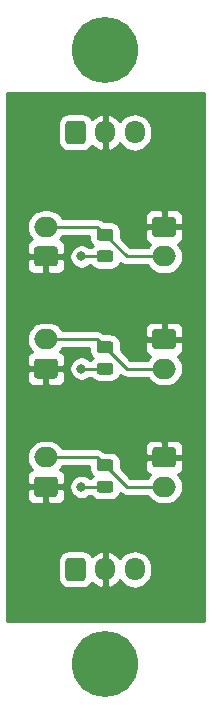
<source format=gtl>
G04 #@! TF.GenerationSoftware,KiCad,Pcbnew,5.1.9+dfsg1-1*
G04 #@! TF.CreationDate,2022-08-24T11:43:39+09:00*
G04 #@! TF.ProjectId,direct-pt1000-stick,64697265-6374-42d7-9074-313030302d73,rev?*
G04 #@! TF.SameCoordinates,Original*
G04 #@! TF.FileFunction,Copper,L1,Top*
G04 #@! TF.FilePolarity,Positive*
%FSLAX46Y46*%
G04 Gerber Fmt 4.6, Leading zero omitted, Abs format (unit mm)*
G04 Created by KiCad (PCBNEW 5.1.9+dfsg1-1) date 2022-08-24 11:43:39*
%MOMM*%
%LPD*%
G01*
G04 APERTURE LIST*
G04 #@! TA.AperFunction,ComponentPad*
%ADD10O,1.700000X1.950000*%
G04 #@! TD*
G04 #@! TA.AperFunction,ComponentPad*
%ADD11O,2.000000X1.700000*%
G04 #@! TD*
G04 #@! TA.AperFunction,ComponentPad*
%ADD12C,5.600000*%
G04 #@! TD*
G04 #@! TA.AperFunction,ViaPad*
%ADD13C,0.800000*%
G04 #@! TD*
G04 #@! TA.AperFunction,Conductor*
%ADD14C,0.250000*%
G04 #@! TD*
G04 #@! TA.AperFunction,Conductor*
%ADD15C,0.254000*%
G04 #@! TD*
G04 #@! TA.AperFunction,Conductor*
%ADD16C,0.100000*%
G04 #@! TD*
G04 APERTURE END LIST*
G04 #@! TA.AperFunction,ComponentPad*
G36*
G01*
X106650000Y-61725000D02*
X106650000Y-60275000D01*
G75*
G02*
X106900000Y-60025000I250000J0D01*
G01*
X108100000Y-60025000D01*
G75*
G02*
X108350000Y-60275000I0J-250000D01*
G01*
X108350000Y-61725000D01*
G75*
G02*
X108100000Y-61975000I-250000J0D01*
G01*
X106900000Y-61975000D01*
G75*
G02*
X106650000Y-61725000I0J250000D01*
G01*
G37*
G04 #@! TD.AperFunction*
D10*
X110000000Y-61000000D03*
X112500000Y-61000000D03*
X112500000Y-98000000D03*
X110000000Y-98000000D03*
G04 #@! TA.AperFunction,ComponentPad*
G36*
G01*
X106650000Y-98725000D02*
X106650000Y-97275000D01*
G75*
G02*
X106900000Y-97025000I250000J0D01*
G01*
X108100000Y-97025000D01*
G75*
G02*
X108350000Y-97275000I0J-250000D01*
G01*
X108350000Y-98725000D01*
G75*
G02*
X108100000Y-98975000I-250000J0D01*
G01*
X106900000Y-98975000D01*
G75*
G02*
X106650000Y-98725000I0J250000D01*
G01*
G37*
G04 #@! TD.AperFunction*
G04 #@! TA.AperFunction,ComponentPad*
G36*
G01*
X114250000Y-87650000D02*
X115750000Y-87650000D01*
G75*
G02*
X116000000Y-87900000I0J-250000D01*
G01*
X116000000Y-89100000D01*
G75*
G02*
X115750000Y-89350000I-250000J0D01*
G01*
X114250000Y-89350000D01*
G75*
G02*
X114000000Y-89100000I0J250000D01*
G01*
X114000000Y-87900000D01*
G75*
G02*
X114250000Y-87650000I250000J0D01*
G01*
G37*
G04 #@! TD.AperFunction*
D11*
X115000000Y-91000000D03*
X105000000Y-88500000D03*
G04 #@! TA.AperFunction,ComponentPad*
G36*
G01*
X105750000Y-91850000D02*
X104250000Y-91850000D01*
G75*
G02*
X104000000Y-91600000I0J250000D01*
G01*
X104000000Y-90400000D01*
G75*
G02*
X104250000Y-90150000I250000J0D01*
G01*
X105750000Y-90150000D01*
G75*
G02*
X106000000Y-90400000I0J-250000D01*
G01*
X106000000Y-91600000D01*
G75*
G02*
X105750000Y-91850000I-250000J0D01*
G01*
G37*
G04 #@! TD.AperFunction*
G04 #@! TA.AperFunction,ComponentPad*
G36*
G01*
X105750000Y-81850000D02*
X104250000Y-81850000D01*
G75*
G02*
X104000000Y-81600000I0J250000D01*
G01*
X104000000Y-80400000D01*
G75*
G02*
X104250000Y-80150000I250000J0D01*
G01*
X105750000Y-80150000D01*
G75*
G02*
X106000000Y-80400000I0J-250000D01*
G01*
X106000000Y-81600000D01*
G75*
G02*
X105750000Y-81850000I-250000J0D01*
G01*
G37*
G04 #@! TD.AperFunction*
X105000000Y-78500000D03*
X115000000Y-81000000D03*
G04 #@! TA.AperFunction,ComponentPad*
G36*
G01*
X114250000Y-77650000D02*
X115750000Y-77650000D01*
G75*
G02*
X116000000Y-77900000I0J-250000D01*
G01*
X116000000Y-79100000D01*
G75*
G02*
X115750000Y-79350000I-250000J0D01*
G01*
X114250000Y-79350000D01*
G75*
G02*
X114000000Y-79100000I0J250000D01*
G01*
X114000000Y-77900000D01*
G75*
G02*
X114250000Y-77650000I250000J0D01*
G01*
G37*
G04 #@! TD.AperFunction*
G04 #@! TA.AperFunction,ComponentPad*
G36*
G01*
X114250000Y-68150000D02*
X115750000Y-68150000D01*
G75*
G02*
X116000000Y-68400000I0J-250000D01*
G01*
X116000000Y-69600000D01*
G75*
G02*
X115750000Y-69850000I-250000J0D01*
G01*
X114250000Y-69850000D01*
G75*
G02*
X114000000Y-69600000I0J250000D01*
G01*
X114000000Y-68400000D01*
G75*
G02*
X114250000Y-68150000I250000J0D01*
G01*
G37*
G04 #@! TD.AperFunction*
X115000000Y-71500000D03*
X105000000Y-69000000D03*
G04 #@! TA.AperFunction,ComponentPad*
G36*
G01*
X105750000Y-72350000D02*
X104250000Y-72350000D01*
G75*
G02*
X104000000Y-72100000I0J250000D01*
G01*
X104000000Y-70900000D01*
G75*
G02*
X104250000Y-70650000I250000J0D01*
G01*
X105750000Y-70650000D01*
G75*
G02*
X106000000Y-70900000I0J-250000D01*
G01*
X106000000Y-72100000D01*
G75*
G02*
X105750000Y-72350000I-250000J0D01*
G01*
G37*
G04 #@! TD.AperFunction*
G04 #@! TA.AperFunction,SMDPad,CuDef*
G36*
G01*
X110450001Y-91512500D02*
X109549999Y-91512500D01*
G75*
G02*
X109300000Y-91262501I0J249999D01*
G01*
X109300000Y-90737499D01*
G75*
G02*
X109549999Y-90487500I249999J0D01*
G01*
X110450001Y-90487500D01*
G75*
G02*
X110700000Y-90737499I0J-249999D01*
G01*
X110700000Y-91262501D01*
G75*
G02*
X110450001Y-91512500I-249999J0D01*
G01*
G37*
G04 #@! TD.AperFunction*
G04 #@! TA.AperFunction,SMDPad,CuDef*
G36*
G01*
X110450001Y-89687500D02*
X109549999Y-89687500D01*
G75*
G02*
X109300000Y-89437501I0J249999D01*
G01*
X109300000Y-88912499D01*
G75*
G02*
X109549999Y-88662500I249999J0D01*
G01*
X110450001Y-88662500D01*
G75*
G02*
X110700000Y-88912499I0J-249999D01*
G01*
X110700000Y-89437501D01*
G75*
G02*
X110450001Y-89687500I-249999J0D01*
G01*
G37*
G04 #@! TD.AperFunction*
G04 #@! TA.AperFunction,SMDPad,CuDef*
G36*
G01*
X110450001Y-79687500D02*
X109549999Y-79687500D01*
G75*
G02*
X109300000Y-79437501I0J249999D01*
G01*
X109300000Y-78912499D01*
G75*
G02*
X109549999Y-78662500I249999J0D01*
G01*
X110450001Y-78662500D01*
G75*
G02*
X110700000Y-78912499I0J-249999D01*
G01*
X110700000Y-79437501D01*
G75*
G02*
X110450001Y-79687500I-249999J0D01*
G01*
G37*
G04 #@! TD.AperFunction*
G04 #@! TA.AperFunction,SMDPad,CuDef*
G36*
G01*
X110450001Y-81512500D02*
X109549999Y-81512500D01*
G75*
G02*
X109300000Y-81262501I0J249999D01*
G01*
X109300000Y-80737499D01*
G75*
G02*
X109549999Y-80487500I249999J0D01*
G01*
X110450001Y-80487500D01*
G75*
G02*
X110700000Y-80737499I0J-249999D01*
G01*
X110700000Y-81262501D01*
G75*
G02*
X110450001Y-81512500I-249999J0D01*
G01*
G37*
G04 #@! TD.AperFunction*
G04 #@! TA.AperFunction,SMDPad,CuDef*
G36*
G01*
X110450001Y-72012500D02*
X109549999Y-72012500D01*
G75*
G02*
X109300000Y-71762501I0J249999D01*
G01*
X109300000Y-71237499D01*
G75*
G02*
X109549999Y-70987500I249999J0D01*
G01*
X110450001Y-70987500D01*
G75*
G02*
X110700000Y-71237499I0J-249999D01*
G01*
X110700000Y-71762501D01*
G75*
G02*
X110450001Y-72012500I-249999J0D01*
G01*
G37*
G04 #@! TD.AperFunction*
G04 #@! TA.AperFunction,SMDPad,CuDef*
G36*
G01*
X110450001Y-70187500D02*
X109549999Y-70187500D01*
G75*
G02*
X109300000Y-69937501I0J249999D01*
G01*
X109300000Y-69412499D01*
G75*
G02*
X109549999Y-69162500I249999J0D01*
G01*
X110450001Y-69162500D01*
G75*
G02*
X110700000Y-69412499I0J-249999D01*
G01*
X110700000Y-69937501D01*
G75*
G02*
X110450001Y-70187500I-249999J0D01*
G01*
G37*
G04 #@! TD.AperFunction*
D12*
X110000000Y-54000000D03*
X110000000Y-106000000D03*
D13*
X108000000Y-91000000D03*
X108000000Y-81000000D03*
X108000000Y-71500000D03*
D14*
X111825000Y-91000000D02*
X110000000Y-89175000D01*
X115000000Y-91000000D02*
X111825000Y-91000000D01*
X109325000Y-88500000D02*
X110000000Y-89175000D01*
X105000000Y-88500000D02*
X109325000Y-88500000D01*
X111825000Y-81000000D02*
X110000000Y-79175000D01*
X115000000Y-81000000D02*
X111825000Y-81000000D01*
X109325000Y-78500000D02*
X110000000Y-79175000D01*
X105000000Y-78500000D02*
X109325000Y-78500000D01*
X109325000Y-69000000D02*
X110000000Y-69675000D01*
X105000000Y-69000000D02*
X109325000Y-69000000D01*
X111825000Y-71500000D02*
X110000000Y-69675000D01*
X115000000Y-71500000D02*
X111825000Y-71500000D01*
X108000000Y-91000000D02*
X110000000Y-91000000D01*
X108000000Y-81000000D02*
X110000000Y-81000000D01*
X108000000Y-71500000D02*
X110000000Y-71500000D01*
D15*
X118340001Y-102373000D02*
X101660000Y-102373000D01*
X101660000Y-97275000D01*
X106011928Y-97275000D01*
X106011928Y-98725000D01*
X106028992Y-98898254D01*
X106079528Y-99064850D01*
X106161595Y-99218386D01*
X106272038Y-99352962D01*
X106406614Y-99463405D01*
X106560150Y-99545472D01*
X106726746Y-99596008D01*
X106900000Y-99613072D01*
X108100000Y-99613072D01*
X108273254Y-99596008D01*
X108439850Y-99545472D01*
X108593386Y-99463405D01*
X108727962Y-99352962D01*
X108838405Y-99218386D01*
X108894714Y-99113039D01*
X108910951Y-99134429D01*
X109128807Y-99327496D01*
X109380142Y-99474352D01*
X109643110Y-99566476D01*
X109873000Y-99445155D01*
X109873000Y-98127000D01*
X109853000Y-98127000D01*
X109853000Y-97873000D01*
X109873000Y-97873000D01*
X109873000Y-96554845D01*
X110127000Y-96554845D01*
X110127000Y-97873000D01*
X110147000Y-97873000D01*
X110147000Y-98127000D01*
X110127000Y-98127000D01*
X110127000Y-99445155D01*
X110356890Y-99566476D01*
X110619858Y-99474352D01*
X110871193Y-99327496D01*
X111089049Y-99134429D01*
X111245538Y-98928278D01*
X111259294Y-98954014D01*
X111444866Y-99180134D01*
X111670987Y-99365706D01*
X111928967Y-99503599D01*
X112208890Y-99588513D01*
X112500000Y-99617185D01*
X112791111Y-99588513D01*
X113071034Y-99503599D01*
X113329014Y-99365706D01*
X113555134Y-99180134D01*
X113740706Y-98954014D01*
X113878599Y-98696033D01*
X113963513Y-98416110D01*
X113985000Y-98197949D01*
X113985000Y-97802050D01*
X113963513Y-97583889D01*
X113878599Y-97303966D01*
X113740706Y-97045986D01*
X113555134Y-96819866D01*
X113329013Y-96634294D01*
X113071033Y-96496401D01*
X112791110Y-96411487D01*
X112500000Y-96382815D01*
X112208889Y-96411487D01*
X111928966Y-96496401D01*
X111670986Y-96634294D01*
X111444866Y-96819866D01*
X111259294Y-97045987D01*
X111245538Y-97071722D01*
X111089049Y-96865571D01*
X110871193Y-96672504D01*
X110619858Y-96525648D01*
X110356890Y-96433524D01*
X110127000Y-96554845D01*
X109873000Y-96554845D01*
X109643110Y-96433524D01*
X109380142Y-96525648D01*
X109128807Y-96672504D01*
X108910951Y-96865571D01*
X108894714Y-96886961D01*
X108838405Y-96781614D01*
X108727962Y-96647038D01*
X108593386Y-96536595D01*
X108439850Y-96454528D01*
X108273254Y-96403992D01*
X108100000Y-96386928D01*
X106900000Y-96386928D01*
X106726746Y-96403992D01*
X106560150Y-96454528D01*
X106406614Y-96536595D01*
X106272038Y-96647038D01*
X106161595Y-96781614D01*
X106079528Y-96935150D01*
X106028992Y-97101746D01*
X106011928Y-97275000D01*
X101660000Y-97275000D01*
X101660000Y-91850000D01*
X103361928Y-91850000D01*
X103374188Y-91974482D01*
X103410498Y-92094180D01*
X103469463Y-92204494D01*
X103548815Y-92301185D01*
X103645506Y-92380537D01*
X103755820Y-92439502D01*
X103875518Y-92475812D01*
X104000000Y-92488072D01*
X104714250Y-92485000D01*
X104873000Y-92326250D01*
X104873000Y-91127000D01*
X105127000Y-91127000D01*
X105127000Y-92326250D01*
X105285750Y-92485000D01*
X106000000Y-92488072D01*
X106124482Y-92475812D01*
X106244180Y-92439502D01*
X106354494Y-92380537D01*
X106451185Y-92301185D01*
X106530537Y-92204494D01*
X106589502Y-92094180D01*
X106625812Y-91974482D01*
X106638072Y-91850000D01*
X106635000Y-91285750D01*
X106476250Y-91127000D01*
X105127000Y-91127000D01*
X104873000Y-91127000D01*
X103523750Y-91127000D01*
X103365000Y-91285750D01*
X103361928Y-91850000D01*
X101660000Y-91850000D01*
X101660000Y-88500000D01*
X103357815Y-88500000D01*
X103386487Y-88791111D01*
X103471401Y-89071034D01*
X103609294Y-89329014D01*
X103790608Y-89549945D01*
X103755820Y-89560498D01*
X103645506Y-89619463D01*
X103548815Y-89698815D01*
X103469463Y-89795506D01*
X103410498Y-89905820D01*
X103374188Y-90025518D01*
X103361928Y-90150000D01*
X103365000Y-90714250D01*
X103523750Y-90873000D01*
X104873000Y-90873000D01*
X104873000Y-90853000D01*
X105127000Y-90853000D01*
X105127000Y-90873000D01*
X106476250Y-90873000D01*
X106635000Y-90714250D01*
X106638072Y-90150000D01*
X106625812Y-90025518D01*
X106589502Y-89905820D01*
X106530537Y-89795506D01*
X106451185Y-89698815D01*
X106354494Y-89619463D01*
X106244180Y-89560498D01*
X106209392Y-89549945D01*
X106390706Y-89329014D01*
X106427595Y-89260000D01*
X108661928Y-89260000D01*
X108661928Y-89437501D01*
X108678992Y-89610755D01*
X108729528Y-89777351D01*
X108811595Y-89930887D01*
X108922038Y-90065462D01*
X108948891Y-90087500D01*
X108922038Y-90109538D01*
X108814970Y-90240000D01*
X108703711Y-90240000D01*
X108659774Y-90196063D01*
X108490256Y-90082795D01*
X108301898Y-90004774D01*
X108101939Y-89965000D01*
X107898061Y-89965000D01*
X107698102Y-90004774D01*
X107509744Y-90082795D01*
X107340226Y-90196063D01*
X107196063Y-90340226D01*
X107082795Y-90509744D01*
X107004774Y-90698102D01*
X106965000Y-90898061D01*
X106965000Y-91101939D01*
X107004774Y-91301898D01*
X107082795Y-91490256D01*
X107196063Y-91659774D01*
X107340226Y-91803937D01*
X107509744Y-91917205D01*
X107698102Y-91995226D01*
X107898061Y-92035000D01*
X108101939Y-92035000D01*
X108301898Y-91995226D01*
X108490256Y-91917205D01*
X108659774Y-91803937D01*
X108703711Y-91760000D01*
X108814970Y-91760000D01*
X108922038Y-91890462D01*
X109056613Y-92000905D01*
X109210149Y-92082972D01*
X109376745Y-92133508D01*
X109549999Y-92150572D01*
X110450001Y-92150572D01*
X110623255Y-92133508D01*
X110789851Y-92082972D01*
X110943387Y-92000905D01*
X111077962Y-91890462D01*
X111188405Y-91755887D01*
X111270472Y-91602351D01*
X111288511Y-91542883D01*
X111400724Y-91634974D01*
X111532753Y-91705546D01*
X111676014Y-91749003D01*
X111787667Y-91760000D01*
X111787675Y-91760000D01*
X111825000Y-91763676D01*
X111862325Y-91760000D01*
X113572405Y-91760000D01*
X113609294Y-91829014D01*
X113794866Y-92055134D01*
X114020986Y-92240706D01*
X114278966Y-92378599D01*
X114558889Y-92463513D01*
X114777050Y-92485000D01*
X115222950Y-92485000D01*
X115441111Y-92463513D01*
X115721034Y-92378599D01*
X115979014Y-92240706D01*
X116205134Y-92055134D01*
X116390706Y-91829014D01*
X116528599Y-91571034D01*
X116613513Y-91291111D01*
X116642185Y-91000000D01*
X116613513Y-90708889D01*
X116528599Y-90428966D01*
X116390706Y-90170986D01*
X116209392Y-89950055D01*
X116244180Y-89939502D01*
X116354494Y-89880537D01*
X116451185Y-89801185D01*
X116530537Y-89704494D01*
X116589502Y-89594180D01*
X116625812Y-89474482D01*
X116638072Y-89350000D01*
X116635000Y-88785750D01*
X116476250Y-88627000D01*
X115127000Y-88627000D01*
X115127000Y-88647000D01*
X114873000Y-88647000D01*
X114873000Y-88627000D01*
X113523750Y-88627000D01*
X113365000Y-88785750D01*
X113361928Y-89350000D01*
X113374188Y-89474482D01*
X113410498Y-89594180D01*
X113469463Y-89704494D01*
X113548815Y-89801185D01*
X113645506Y-89880537D01*
X113755820Y-89939502D01*
X113790608Y-89950055D01*
X113609294Y-90170986D01*
X113572405Y-90240000D01*
X112139802Y-90240000D01*
X111338003Y-89438202D01*
X111338072Y-89437501D01*
X111338072Y-88912499D01*
X111321008Y-88739245D01*
X111270472Y-88572649D01*
X111188405Y-88419113D01*
X111077962Y-88284538D01*
X110943387Y-88174095D01*
X110789851Y-88092028D01*
X110623255Y-88041492D01*
X110450001Y-88024428D01*
X109924229Y-88024428D01*
X109888803Y-87989002D01*
X109865001Y-87959999D01*
X109749276Y-87865026D01*
X109617247Y-87794454D01*
X109473986Y-87750997D01*
X109362333Y-87740000D01*
X109362322Y-87740000D01*
X109325000Y-87736324D01*
X109287678Y-87740000D01*
X106427595Y-87740000D01*
X106390706Y-87670986D01*
X106373484Y-87650000D01*
X113361928Y-87650000D01*
X113365000Y-88214250D01*
X113523750Y-88373000D01*
X114873000Y-88373000D01*
X114873000Y-87173750D01*
X115127000Y-87173750D01*
X115127000Y-88373000D01*
X116476250Y-88373000D01*
X116635000Y-88214250D01*
X116638072Y-87650000D01*
X116625812Y-87525518D01*
X116589502Y-87405820D01*
X116530537Y-87295506D01*
X116451185Y-87198815D01*
X116354494Y-87119463D01*
X116244180Y-87060498D01*
X116124482Y-87024188D01*
X116000000Y-87011928D01*
X115285750Y-87015000D01*
X115127000Y-87173750D01*
X114873000Y-87173750D01*
X114714250Y-87015000D01*
X114000000Y-87011928D01*
X113875518Y-87024188D01*
X113755820Y-87060498D01*
X113645506Y-87119463D01*
X113548815Y-87198815D01*
X113469463Y-87295506D01*
X113410498Y-87405820D01*
X113374188Y-87525518D01*
X113361928Y-87650000D01*
X106373484Y-87650000D01*
X106205134Y-87444866D01*
X105979014Y-87259294D01*
X105721034Y-87121401D01*
X105441111Y-87036487D01*
X105222950Y-87015000D01*
X104777050Y-87015000D01*
X104558889Y-87036487D01*
X104278966Y-87121401D01*
X104020986Y-87259294D01*
X103794866Y-87444866D01*
X103609294Y-87670986D01*
X103471401Y-87928966D01*
X103386487Y-88208889D01*
X103357815Y-88500000D01*
X101660000Y-88500000D01*
X101660000Y-81850000D01*
X103361928Y-81850000D01*
X103374188Y-81974482D01*
X103410498Y-82094180D01*
X103469463Y-82204494D01*
X103548815Y-82301185D01*
X103645506Y-82380537D01*
X103755820Y-82439502D01*
X103875518Y-82475812D01*
X104000000Y-82488072D01*
X104714250Y-82485000D01*
X104873000Y-82326250D01*
X104873000Y-81127000D01*
X105127000Y-81127000D01*
X105127000Y-82326250D01*
X105285750Y-82485000D01*
X106000000Y-82488072D01*
X106124482Y-82475812D01*
X106244180Y-82439502D01*
X106354494Y-82380537D01*
X106451185Y-82301185D01*
X106530537Y-82204494D01*
X106589502Y-82094180D01*
X106625812Y-81974482D01*
X106638072Y-81850000D01*
X106635000Y-81285750D01*
X106476250Y-81127000D01*
X105127000Y-81127000D01*
X104873000Y-81127000D01*
X103523750Y-81127000D01*
X103365000Y-81285750D01*
X103361928Y-81850000D01*
X101660000Y-81850000D01*
X101660000Y-78500000D01*
X103357815Y-78500000D01*
X103386487Y-78791111D01*
X103471401Y-79071034D01*
X103609294Y-79329014D01*
X103790608Y-79549945D01*
X103755820Y-79560498D01*
X103645506Y-79619463D01*
X103548815Y-79698815D01*
X103469463Y-79795506D01*
X103410498Y-79905820D01*
X103374188Y-80025518D01*
X103361928Y-80150000D01*
X103365000Y-80714250D01*
X103523750Y-80873000D01*
X104873000Y-80873000D01*
X104873000Y-80853000D01*
X105127000Y-80853000D01*
X105127000Y-80873000D01*
X106476250Y-80873000D01*
X106635000Y-80714250D01*
X106638072Y-80150000D01*
X106625812Y-80025518D01*
X106589502Y-79905820D01*
X106530537Y-79795506D01*
X106451185Y-79698815D01*
X106354494Y-79619463D01*
X106244180Y-79560498D01*
X106209392Y-79549945D01*
X106390706Y-79329014D01*
X106427595Y-79260000D01*
X108661928Y-79260000D01*
X108661928Y-79437501D01*
X108678992Y-79610755D01*
X108729528Y-79777351D01*
X108811595Y-79930887D01*
X108922038Y-80065462D01*
X108948891Y-80087500D01*
X108922038Y-80109538D01*
X108814970Y-80240000D01*
X108703711Y-80240000D01*
X108659774Y-80196063D01*
X108490256Y-80082795D01*
X108301898Y-80004774D01*
X108101939Y-79965000D01*
X107898061Y-79965000D01*
X107698102Y-80004774D01*
X107509744Y-80082795D01*
X107340226Y-80196063D01*
X107196063Y-80340226D01*
X107082795Y-80509744D01*
X107004774Y-80698102D01*
X106965000Y-80898061D01*
X106965000Y-81101939D01*
X107004774Y-81301898D01*
X107082795Y-81490256D01*
X107196063Y-81659774D01*
X107340226Y-81803937D01*
X107509744Y-81917205D01*
X107698102Y-81995226D01*
X107898061Y-82035000D01*
X108101939Y-82035000D01*
X108301898Y-81995226D01*
X108490256Y-81917205D01*
X108659774Y-81803937D01*
X108703711Y-81760000D01*
X108814970Y-81760000D01*
X108922038Y-81890462D01*
X109056613Y-82000905D01*
X109210149Y-82082972D01*
X109376745Y-82133508D01*
X109549999Y-82150572D01*
X110450001Y-82150572D01*
X110623255Y-82133508D01*
X110789851Y-82082972D01*
X110943387Y-82000905D01*
X111077962Y-81890462D01*
X111188405Y-81755887D01*
X111270472Y-81602351D01*
X111288511Y-81542883D01*
X111400724Y-81634974D01*
X111532753Y-81705546D01*
X111676014Y-81749003D01*
X111787667Y-81760000D01*
X111787675Y-81760000D01*
X111825000Y-81763676D01*
X111862325Y-81760000D01*
X113572405Y-81760000D01*
X113609294Y-81829014D01*
X113794866Y-82055134D01*
X114020986Y-82240706D01*
X114278966Y-82378599D01*
X114558889Y-82463513D01*
X114777050Y-82485000D01*
X115222950Y-82485000D01*
X115441111Y-82463513D01*
X115721034Y-82378599D01*
X115979014Y-82240706D01*
X116205134Y-82055134D01*
X116390706Y-81829014D01*
X116528599Y-81571034D01*
X116613513Y-81291111D01*
X116642185Y-81000000D01*
X116613513Y-80708889D01*
X116528599Y-80428966D01*
X116390706Y-80170986D01*
X116209392Y-79950055D01*
X116244180Y-79939502D01*
X116354494Y-79880537D01*
X116451185Y-79801185D01*
X116530537Y-79704494D01*
X116589502Y-79594180D01*
X116625812Y-79474482D01*
X116638072Y-79350000D01*
X116635000Y-78785750D01*
X116476250Y-78627000D01*
X115127000Y-78627000D01*
X115127000Y-78647000D01*
X114873000Y-78647000D01*
X114873000Y-78627000D01*
X113523750Y-78627000D01*
X113365000Y-78785750D01*
X113361928Y-79350000D01*
X113374188Y-79474482D01*
X113410498Y-79594180D01*
X113469463Y-79704494D01*
X113548815Y-79801185D01*
X113645506Y-79880537D01*
X113755820Y-79939502D01*
X113790608Y-79950055D01*
X113609294Y-80170986D01*
X113572405Y-80240000D01*
X112139802Y-80240000D01*
X111338003Y-79438202D01*
X111338072Y-79437501D01*
X111338072Y-78912499D01*
X111321008Y-78739245D01*
X111270472Y-78572649D01*
X111188405Y-78419113D01*
X111077962Y-78284538D01*
X110943387Y-78174095D01*
X110789851Y-78092028D01*
X110623255Y-78041492D01*
X110450001Y-78024428D01*
X109924229Y-78024428D01*
X109888803Y-77989002D01*
X109865001Y-77959999D01*
X109749276Y-77865026D01*
X109617247Y-77794454D01*
X109473986Y-77750997D01*
X109362333Y-77740000D01*
X109362322Y-77740000D01*
X109325000Y-77736324D01*
X109287678Y-77740000D01*
X106427595Y-77740000D01*
X106390706Y-77670986D01*
X106373484Y-77650000D01*
X113361928Y-77650000D01*
X113365000Y-78214250D01*
X113523750Y-78373000D01*
X114873000Y-78373000D01*
X114873000Y-77173750D01*
X115127000Y-77173750D01*
X115127000Y-78373000D01*
X116476250Y-78373000D01*
X116635000Y-78214250D01*
X116638072Y-77650000D01*
X116625812Y-77525518D01*
X116589502Y-77405820D01*
X116530537Y-77295506D01*
X116451185Y-77198815D01*
X116354494Y-77119463D01*
X116244180Y-77060498D01*
X116124482Y-77024188D01*
X116000000Y-77011928D01*
X115285750Y-77015000D01*
X115127000Y-77173750D01*
X114873000Y-77173750D01*
X114714250Y-77015000D01*
X114000000Y-77011928D01*
X113875518Y-77024188D01*
X113755820Y-77060498D01*
X113645506Y-77119463D01*
X113548815Y-77198815D01*
X113469463Y-77295506D01*
X113410498Y-77405820D01*
X113374188Y-77525518D01*
X113361928Y-77650000D01*
X106373484Y-77650000D01*
X106205134Y-77444866D01*
X105979014Y-77259294D01*
X105721034Y-77121401D01*
X105441111Y-77036487D01*
X105222950Y-77015000D01*
X104777050Y-77015000D01*
X104558889Y-77036487D01*
X104278966Y-77121401D01*
X104020986Y-77259294D01*
X103794866Y-77444866D01*
X103609294Y-77670986D01*
X103471401Y-77928966D01*
X103386487Y-78208889D01*
X103357815Y-78500000D01*
X101660000Y-78500000D01*
X101660000Y-72350000D01*
X103361928Y-72350000D01*
X103374188Y-72474482D01*
X103410498Y-72594180D01*
X103469463Y-72704494D01*
X103548815Y-72801185D01*
X103645506Y-72880537D01*
X103755820Y-72939502D01*
X103875518Y-72975812D01*
X104000000Y-72988072D01*
X104714250Y-72985000D01*
X104873000Y-72826250D01*
X104873000Y-71627000D01*
X105127000Y-71627000D01*
X105127000Y-72826250D01*
X105285750Y-72985000D01*
X106000000Y-72988072D01*
X106124482Y-72975812D01*
X106244180Y-72939502D01*
X106354494Y-72880537D01*
X106451185Y-72801185D01*
X106530537Y-72704494D01*
X106589502Y-72594180D01*
X106625812Y-72474482D01*
X106638072Y-72350000D01*
X106635000Y-71785750D01*
X106476250Y-71627000D01*
X105127000Y-71627000D01*
X104873000Y-71627000D01*
X103523750Y-71627000D01*
X103365000Y-71785750D01*
X103361928Y-72350000D01*
X101660000Y-72350000D01*
X101660000Y-69000000D01*
X103357815Y-69000000D01*
X103386487Y-69291111D01*
X103471401Y-69571034D01*
X103609294Y-69829014D01*
X103790608Y-70049945D01*
X103755820Y-70060498D01*
X103645506Y-70119463D01*
X103548815Y-70198815D01*
X103469463Y-70295506D01*
X103410498Y-70405820D01*
X103374188Y-70525518D01*
X103361928Y-70650000D01*
X103365000Y-71214250D01*
X103523750Y-71373000D01*
X104873000Y-71373000D01*
X104873000Y-71353000D01*
X105127000Y-71353000D01*
X105127000Y-71373000D01*
X106476250Y-71373000D01*
X106635000Y-71214250D01*
X106638072Y-70650000D01*
X106625812Y-70525518D01*
X106589502Y-70405820D01*
X106530537Y-70295506D01*
X106451185Y-70198815D01*
X106354494Y-70119463D01*
X106244180Y-70060498D01*
X106209392Y-70049945D01*
X106390706Y-69829014D01*
X106427595Y-69760000D01*
X108661928Y-69760000D01*
X108661928Y-69937501D01*
X108678992Y-70110755D01*
X108729528Y-70277351D01*
X108811595Y-70430887D01*
X108922038Y-70565462D01*
X108948891Y-70587500D01*
X108922038Y-70609538D01*
X108814970Y-70740000D01*
X108703711Y-70740000D01*
X108659774Y-70696063D01*
X108490256Y-70582795D01*
X108301898Y-70504774D01*
X108101939Y-70465000D01*
X107898061Y-70465000D01*
X107698102Y-70504774D01*
X107509744Y-70582795D01*
X107340226Y-70696063D01*
X107196063Y-70840226D01*
X107082795Y-71009744D01*
X107004774Y-71198102D01*
X106965000Y-71398061D01*
X106965000Y-71601939D01*
X107004774Y-71801898D01*
X107082795Y-71990256D01*
X107196063Y-72159774D01*
X107340226Y-72303937D01*
X107509744Y-72417205D01*
X107698102Y-72495226D01*
X107898061Y-72535000D01*
X108101939Y-72535000D01*
X108301898Y-72495226D01*
X108490256Y-72417205D01*
X108659774Y-72303937D01*
X108703711Y-72260000D01*
X108814970Y-72260000D01*
X108922038Y-72390462D01*
X109056613Y-72500905D01*
X109210149Y-72582972D01*
X109376745Y-72633508D01*
X109549999Y-72650572D01*
X110450001Y-72650572D01*
X110623255Y-72633508D01*
X110789851Y-72582972D01*
X110943387Y-72500905D01*
X111077962Y-72390462D01*
X111188405Y-72255887D01*
X111270472Y-72102351D01*
X111288511Y-72042883D01*
X111400724Y-72134974D01*
X111532753Y-72205546D01*
X111676014Y-72249003D01*
X111787667Y-72260000D01*
X111787675Y-72260000D01*
X111825000Y-72263676D01*
X111862325Y-72260000D01*
X113572405Y-72260000D01*
X113609294Y-72329014D01*
X113794866Y-72555134D01*
X114020986Y-72740706D01*
X114278966Y-72878599D01*
X114558889Y-72963513D01*
X114777050Y-72985000D01*
X115222950Y-72985000D01*
X115441111Y-72963513D01*
X115721034Y-72878599D01*
X115979014Y-72740706D01*
X116205134Y-72555134D01*
X116390706Y-72329014D01*
X116528599Y-72071034D01*
X116613513Y-71791111D01*
X116642185Y-71500000D01*
X116613513Y-71208889D01*
X116528599Y-70928966D01*
X116390706Y-70670986D01*
X116209392Y-70450055D01*
X116244180Y-70439502D01*
X116354494Y-70380537D01*
X116451185Y-70301185D01*
X116530537Y-70204494D01*
X116589502Y-70094180D01*
X116625812Y-69974482D01*
X116638072Y-69850000D01*
X116635000Y-69285750D01*
X116476250Y-69127000D01*
X115127000Y-69127000D01*
X115127000Y-69147000D01*
X114873000Y-69147000D01*
X114873000Y-69127000D01*
X113523750Y-69127000D01*
X113365000Y-69285750D01*
X113361928Y-69850000D01*
X113374188Y-69974482D01*
X113410498Y-70094180D01*
X113469463Y-70204494D01*
X113548815Y-70301185D01*
X113645506Y-70380537D01*
X113755820Y-70439502D01*
X113790608Y-70450055D01*
X113609294Y-70670986D01*
X113572405Y-70740000D01*
X112139802Y-70740000D01*
X111338003Y-69938202D01*
X111338072Y-69937501D01*
X111338072Y-69412499D01*
X111321008Y-69239245D01*
X111270472Y-69072649D01*
X111188405Y-68919113D01*
X111077962Y-68784538D01*
X110943387Y-68674095D01*
X110789851Y-68592028D01*
X110623255Y-68541492D01*
X110450001Y-68524428D01*
X109924229Y-68524428D01*
X109888803Y-68489002D01*
X109865001Y-68459999D01*
X109749276Y-68365026D01*
X109617247Y-68294454D01*
X109473986Y-68250997D01*
X109362333Y-68240000D01*
X109362322Y-68240000D01*
X109325000Y-68236324D01*
X109287678Y-68240000D01*
X106427595Y-68240000D01*
X106390706Y-68170986D01*
X106373484Y-68150000D01*
X113361928Y-68150000D01*
X113365000Y-68714250D01*
X113523750Y-68873000D01*
X114873000Y-68873000D01*
X114873000Y-67673750D01*
X115127000Y-67673750D01*
X115127000Y-68873000D01*
X116476250Y-68873000D01*
X116635000Y-68714250D01*
X116638072Y-68150000D01*
X116625812Y-68025518D01*
X116589502Y-67905820D01*
X116530537Y-67795506D01*
X116451185Y-67698815D01*
X116354494Y-67619463D01*
X116244180Y-67560498D01*
X116124482Y-67524188D01*
X116000000Y-67511928D01*
X115285750Y-67515000D01*
X115127000Y-67673750D01*
X114873000Y-67673750D01*
X114714250Y-67515000D01*
X114000000Y-67511928D01*
X113875518Y-67524188D01*
X113755820Y-67560498D01*
X113645506Y-67619463D01*
X113548815Y-67698815D01*
X113469463Y-67795506D01*
X113410498Y-67905820D01*
X113374188Y-68025518D01*
X113361928Y-68150000D01*
X106373484Y-68150000D01*
X106205134Y-67944866D01*
X105979014Y-67759294D01*
X105721034Y-67621401D01*
X105441111Y-67536487D01*
X105222950Y-67515000D01*
X104777050Y-67515000D01*
X104558889Y-67536487D01*
X104278966Y-67621401D01*
X104020986Y-67759294D01*
X103794866Y-67944866D01*
X103609294Y-68170986D01*
X103471401Y-68428966D01*
X103386487Y-68708889D01*
X103357815Y-69000000D01*
X101660000Y-69000000D01*
X101660000Y-60275000D01*
X106011928Y-60275000D01*
X106011928Y-61725000D01*
X106028992Y-61898254D01*
X106079528Y-62064850D01*
X106161595Y-62218386D01*
X106272038Y-62352962D01*
X106406614Y-62463405D01*
X106560150Y-62545472D01*
X106726746Y-62596008D01*
X106900000Y-62613072D01*
X108100000Y-62613072D01*
X108273254Y-62596008D01*
X108439850Y-62545472D01*
X108593386Y-62463405D01*
X108727962Y-62352962D01*
X108838405Y-62218386D01*
X108894714Y-62113039D01*
X108910951Y-62134429D01*
X109128807Y-62327496D01*
X109380142Y-62474352D01*
X109643110Y-62566476D01*
X109873000Y-62445155D01*
X109873000Y-61127000D01*
X109853000Y-61127000D01*
X109853000Y-60873000D01*
X109873000Y-60873000D01*
X109873000Y-59554845D01*
X110127000Y-59554845D01*
X110127000Y-60873000D01*
X110147000Y-60873000D01*
X110147000Y-61127000D01*
X110127000Y-61127000D01*
X110127000Y-62445155D01*
X110356890Y-62566476D01*
X110619858Y-62474352D01*
X110871193Y-62327496D01*
X111089049Y-62134429D01*
X111245538Y-61928278D01*
X111259294Y-61954014D01*
X111444866Y-62180134D01*
X111670987Y-62365706D01*
X111928967Y-62503599D01*
X112208890Y-62588513D01*
X112500000Y-62617185D01*
X112791111Y-62588513D01*
X113071034Y-62503599D01*
X113329014Y-62365706D01*
X113555134Y-62180134D01*
X113740706Y-61954014D01*
X113878599Y-61696033D01*
X113963513Y-61416110D01*
X113985000Y-61197949D01*
X113985000Y-60802050D01*
X113963513Y-60583889D01*
X113878599Y-60303966D01*
X113740706Y-60045986D01*
X113555134Y-59819866D01*
X113329013Y-59634294D01*
X113071033Y-59496401D01*
X112791110Y-59411487D01*
X112500000Y-59382815D01*
X112208889Y-59411487D01*
X111928966Y-59496401D01*
X111670986Y-59634294D01*
X111444866Y-59819866D01*
X111259294Y-60045987D01*
X111245538Y-60071722D01*
X111089049Y-59865571D01*
X110871193Y-59672504D01*
X110619858Y-59525648D01*
X110356890Y-59433524D01*
X110127000Y-59554845D01*
X109873000Y-59554845D01*
X109643110Y-59433524D01*
X109380142Y-59525648D01*
X109128807Y-59672504D01*
X108910951Y-59865571D01*
X108894714Y-59886961D01*
X108838405Y-59781614D01*
X108727962Y-59647038D01*
X108593386Y-59536595D01*
X108439850Y-59454528D01*
X108273254Y-59403992D01*
X108100000Y-59386928D01*
X106900000Y-59386928D01*
X106726746Y-59403992D01*
X106560150Y-59454528D01*
X106406614Y-59536595D01*
X106272038Y-59647038D01*
X106161595Y-59781614D01*
X106079528Y-59935150D01*
X106028992Y-60101746D01*
X106011928Y-60275000D01*
X101660000Y-60275000D01*
X101660000Y-57627000D01*
X118340000Y-57627000D01*
X118340001Y-102373000D01*
G04 #@! TA.AperFunction,Conductor*
D16*
G36*
X118340001Y-102373000D02*
G01*
X101660000Y-102373000D01*
X101660000Y-97275000D01*
X106011928Y-97275000D01*
X106011928Y-98725000D01*
X106028992Y-98898254D01*
X106079528Y-99064850D01*
X106161595Y-99218386D01*
X106272038Y-99352962D01*
X106406614Y-99463405D01*
X106560150Y-99545472D01*
X106726746Y-99596008D01*
X106900000Y-99613072D01*
X108100000Y-99613072D01*
X108273254Y-99596008D01*
X108439850Y-99545472D01*
X108593386Y-99463405D01*
X108727962Y-99352962D01*
X108838405Y-99218386D01*
X108894714Y-99113039D01*
X108910951Y-99134429D01*
X109128807Y-99327496D01*
X109380142Y-99474352D01*
X109643110Y-99566476D01*
X109873000Y-99445155D01*
X109873000Y-98127000D01*
X109853000Y-98127000D01*
X109853000Y-97873000D01*
X109873000Y-97873000D01*
X109873000Y-96554845D01*
X110127000Y-96554845D01*
X110127000Y-97873000D01*
X110147000Y-97873000D01*
X110147000Y-98127000D01*
X110127000Y-98127000D01*
X110127000Y-99445155D01*
X110356890Y-99566476D01*
X110619858Y-99474352D01*
X110871193Y-99327496D01*
X111089049Y-99134429D01*
X111245538Y-98928278D01*
X111259294Y-98954014D01*
X111444866Y-99180134D01*
X111670987Y-99365706D01*
X111928967Y-99503599D01*
X112208890Y-99588513D01*
X112500000Y-99617185D01*
X112791111Y-99588513D01*
X113071034Y-99503599D01*
X113329014Y-99365706D01*
X113555134Y-99180134D01*
X113740706Y-98954014D01*
X113878599Y-98696033D01*
X113963513Y-98416110D01*
X113985000Y-98197949D01*
X113985000Y-97802050D01*
X113963513Y-97583889D01*
X113878599Y-97303966D01*
X113740706Y-97045986D01*
X113555134Y-96819866D01*
X113329013Y-96634294D01*
X113071033Y-96496401D01*
X112791110Y-96411487D01*
X112500000Y-96382815D01*
X112208889Y-96411487D01*
X111928966Y-96496401D01*
X111670986Y-96634294D01*
X111444866Y-96819866D01*
X111259294Y-97045987D01*
X111245538Y-97071722D01*
X111089049Y-96865571D01*
X110871193Y-96672504D01*
X110619858Y-96525648D01*
X110356890Y-96433524D01*
X110127000Y-96554845D01*
X109873000Y-96554845D01*
X109643110Y-96433524D01*
X109380142Y-96525648D01*
X109128807Y-96672504D01*
X108910951Y-96865571D01*
X108894714Y-96886961D01*
X108838405Y-96781614D01*
X108727962Y-96647038D01*
X108593386Y-96536595D01*
X108439850Y-96454528D01*
X108273254Y-96403992D01*
X108100000Y-96386928D01*
X106900000Y-96386928D01*
X106726746Y-96403992D01*
X106560150Y-96454528D01*
X106406614Y-96536595D01*
X106272038Y-96647038D01*
X106161595Y-96781614D01*
X106079528Y-96935150D01*
X106028992Y-97101746D01*
X106011928Y-97275000D01*
X101660000Y-97275000D01*
X101660000Y-91850000D01*
X103361928Y-91850000D01*
X103374188Y-91974482D01*
X103410498Y-92094180D01*
X103469463Y-92204494D01*
X103548815Y-92301185D01*
X103645506Y-92380537D01*
X103755820Y-92439502D01*
X103875518Y-92475812D01*
X104000000Y-92488072D01*
X104714250Y-92485000D01*
X104873000Y-92326250D01*
X104873000Y-91127000D01*
X105127000Y-91127000D01*
X105127000Y-92326250D01*
X105285750Y-92485000D01*
X106000000Y-92488072D01*
X106124482Y-92475812D01*
X106244180Y-92439502D01*
X106354494Y-92380537D01*
X106451185Y-92301185D01*
X106530537Y-92204494D01*
X106589502Y-92094180D01*
X106625812Y-91974482D01*
X106638072Y-91850000D01*
X106635000Y-91285750D01*
X106476250Y-91127000D01*
X105127000Y-91127000D01*
X104873000Y-91127000D01*
X103523750Y-91127000D01*
X103365000Y-91285750D01*
X103361928Y-91850000D01*
X101660000Y-91850000D01*
X101660000Y-88500000D01*
X103357815Y-88500000D01*
X103386487Y-88791111D01*
X103471401Y-89071034D01*
X103609294Y-89329014D01*
X103790608Y-89549945D01*
X103755820Y-89560498D01*
X103645506Y-89619463D01*
X103548815Y-89698815D01*
X103469463Y-89795506D01*
X103410498Y-89905820D01*
X103374188Y-90025518D01*
X103361928Y-90150000D01*
X103365000Y-90714250D01*
X103523750Y-90873000D01*
X104873000Y-90873000D01*
X104873000Y-90853000D01*
X105127000Y-90853000D01*
X105127000Y-90873000D01*
X106476250Y-90873000D01*
X106635000Y-90714250D01*
X106638072Y-90150000D01*
X106625812Y-90025518D01*
X106589502Y-89905820D01*
X106530537Y-89795506D01*
X106451185Y-89698815D01*
X106354494Y-89619463D01*
X106244180Y-89560498D01*
X106209392Y-89549945D01*
X106390706Y-89329014D01*
X106427595Y-89260000D01*
X108661928Y-89260000D01*
X108661928Y-89437501D01*
X108678992Y-89610755D01*
X108729528Y-89777351D01*
X108811595Y-89930887D01*
X108922038Y-90065462D01*
X108948891Y-90087500D01*
X108922038Y-90109538D01*
X108814970Y-90240000D01*
X108703711Y-90240000D01*
X108659774Y-90196063D01*
X108490256Y-90082795D01*
X108301898Y-90004774D01*
X108101939Y-89965000D01*
X107898061Y-89965000D01*
X107698102Y-90004774D01*
X107509744Y-90082795D01*
X107340226Y-90196063D01*
X107196063Y-90340226D01*
X107082795Y-90509744D01*
X107004774Y-90698102D01*
X106965000Y-90898061D01*
X106965000Y-91101939D01*
X107004774Y-91301898D01*
X107082795Y-91490256D01*
X107196063Y-91659774D01*
X107340226Y-91803937D01*
X107509744Y-91917205D01*
X107698102Y-91995226D01*
X107898061Y-92035000D01*
X108101939Y-92035000D01*
X108301898Y-91995226D01*
X108490256Y-91917205D01*
X108659774Y-91803937D01*
X108703711Y-91760000D01*
X108814970Y-91760000D01*
X108922038Y-91890462D01*
X109056613Y-92000905D01*
X109210149Y-92082972D01*
X109376745Y-92133508D01*
X109549999Y-92150572D01*
X110450001Y-92150572D01*
X110623255Y-92133508D01*
X110789851Y-92082972D01*
X110943387Y-92000905D01*
X111077962Y-91890462D01*
X111188405Y-91755887D01*
X111270472Y-91602351D01*
X111288511Y-91542883D01*
X111400724Y-91634974D01*
X111532753Y-91705546D01*
X111676014Y-91749003D01*
X111787667Y-91760000D01*
X111787675Y-91760000D01*
X111825000Y-91763676D01*
X111862325Y-91760000D01*
X113572405Y-91760000D01*
X113609294Y-91829014D01*
X113794866Y-92055134D01*
X114020986Y-92240706D01*
X114278966Y-92378599D01*
X114558889Y-92463513D01*
X114777050Y-92485000D01*
X115222950Y-92485000D01*
X115441111Y-92463513D01*
X115721034Y-92378599D01*
X115979014Y-92240706D01*
X116205134Y-92055134D01*
X116390706Y-91829014D01*
X116528599Y-91571034D01*
X116613513Y-91291111D01*
X116642185Y-91000000D01*
X116613513Y-90708889D01*
X116528599Y-90428966D01*
X116390706Y-90170986D01*
X116209392Y-89950055D01*
X116244180Y-89939502D01*
X116354494Y-89880537D01*
X116451185Y-89801185D01*
X116530537Y-89704494D01*
X116589502Y-89594180D01*
X116625812Y-89474482D01*
X116638072Y-89350000D01*
X116635000Y-88785750D01*
X116476250Y-88627000D01*
X115127000Y-88627000D01*
X115127000Y-88647000D01*
X114873000Y-88647000D01*
X114873000Y-88627000D01*
X113523750Y-88627000D01*
X113365000Y-88785750D01*
X113361928Y-89350000D01*
X113374188Y-89474482D01*
X113410498Y-89594180D01*
X113469463Y-89704494D01*
X113548815Y-89801185D01*
X113645506Y-89880537D01*
X113755820Y-89939502D01*
X113790608Y-89950055D01*
X113609294Y-90170986D01*
X113572405Y-90240000D01*
X112139802Y-90240000D01*
X111338003Y-89438202D01*
X111338072Y-89437501D01*
X111338072Y-88912499D01*
X111321008Y-88739245D01*
X111270472Y-88572649D01*
X111188405Y-88419113D01*
X111077962Y-88284538D01*
X110943387Y-88174095D01*
X110789851Y-88092028D01*
X110623255Y-88041492D01*
X110450001Y-88024428D01*
X109924229Y-88024428D01*
X109888803Y-87989002D01*
X109865001Y-87959999D01*
X109749276Y-87865026D01*
X109617247Y-87794454D01*
X109473986Y-87750997D01*
X109362333Y-87740000D01*
X109362322Y-87740000D01*
X109325000Y-87736324D01*
X109287678Y-87740000D01*
X106427595Y-87740000D01*
X106390706Y-87670986D01*
X106373484Y-87650000D01*
X113361928Y-87650000D01*
X113365000Y-88214250D01*
X113523750Y-88373000D01*
X114873000Y-88373000D01*
X114873000Y-87173750D01*
X115127000Y-87173750D01*
X115127000Y-88373000D01*
X116476250Y-88373000D01*
X116635000Y-88214250D01*
X116638072Y-87650000D01*
X116625812Y-87525518D01*
X116589502Y-87405820D01*
X116530537Y-87295506D01*
X116451185Y-87198815D01*
X116354494Y-87119463D01*
X116244180Y-87060498D01*
X116124482Y-87024188D01*
X116000000Y-87011928D01*
X115285750Y-87015000D01*
X115127000Y-87173750D01*
X114873000Y-87173750D01*
X114714250Y-87015000D01*
X114000000Y-87011928D01*
X113875518Y-87024188D01*
X113755820Y-87060498D01*
X113645506Y-87119463D01*
X113548815Y-87198815D01*
X113469463Y-87295506D01*
X113410498Y-87405820D01*
X113374188Y-87525518D01*
X113361928Y-87650000D01*
X106373484Y-87650000D01*
X106205134Y-87444866D01*
X105979014Y-87259294D01*
X105721034Y-87121401D01*
X105441111Y-87036487D01*
X105222950Y-87015000D01*
X104777050Y-87015000D01*
X104558889Y-87036487D01*
X104278966Y-87121401D01*
X104020986Y-87259294D01*
X103794866Y-87444866D01*
X103609294Y-87670986D01*
X103471401Y-87928966D01*
X103386487Y-88208889D01*
X103357815Y-88500000D01*
X101660000Y-88500000D01*
X101660000Y-81850000D01*
X103361928Y-81850000D01*
X103374188Y-81974482D01*
X103410498Y-82094180D01*
X103469463Y-82204494D01*
X103548815Y-82301185D01*
X103645506Y-82380537D01*
X103755820Y-82439502D01*
X103875518Y-82475812D01*
X104000000Y-82488072D01*
X104714250Y-82485000D01*
X104873000Y-82326250D01*
X104873000Y-81127000D01*
X105127000Y-81127000D01*
X105127000Y-82326250D01*
X105285750Y-82485000D01*
X106000000Y-82488072D01*
X106124482Y-82475812D01*
X106244180Y-82439502D01*
X106354494Y-82380537D01*
X106451185Y-82301185D01*
X106530537Y-82204494D01*
X106589502Y-82094180D01*
X106625812Y-81974482D01*
X106638072Y-81850000D01*
X106635000Y-81285750D01*
X106476250Y-81127000D01*
X105127000Y-81127000D01*
X104873000Y-81127000D01*
X103523750Y-81127000D01*
X103365000Y-81285750D01*
X103361928Y-81850000D01*
X101660000Y-81850000D01*
X101660000Y-78500000D01*
X103357815Y-78500000D01*
X103386487Y-78791111D01*
X103471401Y-79071034D01*
X103609294Y-79329014D01*
X103790608Y-79549945D01*
X103755820Y-79560498D01*
X103645506Y-79619463D01*
X103548815Y-79698815D01*
X103469463Y-79795506D01*
X103410498Y-79905820D01*
X103374188Y-80025518D01*
X103361928Y-80150000D01*
X103365000Y-80714250D01*
X103523750Y-80873000D01*
X104873000Y-80873000D01*
X104873000Y-80853000D01*
X105127000Y-80853000D01*
X105127000Y-80873000D01*
X106476250Y-80873000D01*
X106635000Y-80714250D01*
X106638072Y-80150000D01*
X106625812Y-80025518D01*
X106589502Y-79905820D01*
X106530537Y-79795506D01*
X106451185Y-79698815D01*
X106354494Y-79619463D01*
X106244180Y-79560498D01*
X106209392Y-79549945D01*
X106390706Y-79329014D01*
X106427595Y-79260000D01*
X108661928Y-79260000D01*
X108661928Y-79437501D01*
X108678992Y-79610755D01*
X108729528Y-79777351D01*
X108811595Y-79930887D01*
X108922038Y-80065462D01*
X108948891Y-80087500D01*
X108922038Y-80109538D01*
X108814970Y-80240000D01*
X108703711Y-80240000D01*
X108659774Y-80196063D01*
X108490256Y-80082795D01*
X108301898Y-80004774D01*
X108101939Y-79965000D01*
X107898061Y-79965000D01*
X107698102Y-80004774D01*
X107509744Y-80082795D01*
X107340226Y-80196063D01*
X107196063Y-80340226D01*
X107082795Y-80509744D01*
X107004774Y-80698102D01*
X106965000Y-80898061D01*
X106965000Y-81101939D01*
X107004774Y-81301898D01*
X107082795Y-81490256D01*
X107196063Y-81659774D01*
X107340226Y-81803937D01*
X107509744Y-81917205D01*
X107698102Y-81995226D01*
X107898061Y-82035000D01*
X108101939Y-82035000D01*
X108301898Y-81995226D01*
X108490256Y-81917205D01*
X108659774Y-81803937D01*
X108703711Y-81760000D01*
X108814970Y-81760000D01*
X108922038Y-81890462D01*
X109056613Y-82000905D01*
X109210149Y-82082972D01*
X109376745Y-82133508D01*
X109549999Y-82150572D01*
X110450001Y-82150572D01*
X110623255Y-82133508D01*
X110789851Y-82082972D01*
X110943387Y-82000905D01*
X111077962Y-81890462D01*
X111188405Y-81755887D01*
X111270472Y-81602351D01*
X111288511Y-81542883D01*
X111400724Y-81634974D01*
X111532753Y-81705546D01*
X111676014Y-81749003D01*
X111787667Y-81760000D01*
X111787675Y-81760000D01*
X111825000Y-81763676D01*
X111862325Y-81760000D01*
X113572405Y-81760000D01*
X113609294Y-81829014D01*
X113794866Y-82055134D01*
X114020986Y-82240706D01*
X114278966Y-82378599D01*
X114558889Y-82463513D01*
X114777050Y-82485000D01*
X115222950Y-82485000D01*
X115441111Y-82463513D01*
X115721034Y-82378599D01*
X115979014Y-82240706D01*
X116205134Y-82055134D01*
X116390706Y-81829014D01*
X116528599Y-81571034D01*
X116613513Y-81291111D01*
X116642185Y-81000000D01*
X116613513Y-80708889D01*
X116528599Y-80428966D01*
X116390706Y-80170986D01*
X116209392Y-79950055D01*
X116244180Y-79939502D01*
X116354494Y-79880537D01*
X116451185Y-79801185D01*
X116530537Y-79704494D01*
X116589502Y-79594180D01*
X116625812Y-79474482D01*
X116638072Y-79350000D01*
X116635000Y-78785750D01*
X116476250Y-78627000D01*
X115127000Y-78627000D01*
X115127000Y-78647000D01*
X114873000Y-78647000D01*
X114873000Y-78627000D01*
X113523750Y-78627000D01*
X113365000Y-78785750D01*
X113361928Y-79350000D01*
X113374188Y-79474482D01*
X113410498Y-79594180D01*
X113469463Y-79704494D01*
X113548815Y-79801185D01*
X113645506Y-79880537D01*
X113755820Y-79939502D01*
X113790608Y-79950055D01*
X113609294Y-80170986D01*
X113572405Y-80240000D01*
X112139802Y-80240000D01*
X111338003Y-79438202D01*
X111338072Y-79437501D01*
X111338072Y-78912499D01*
X111321008Y-78739245D01*
X111270472Y-78572649D01*
X111188405Y-78419113D01*
X111077962Y-78284538D01*
X110943387Y-78174095D01*
X110789851Y-78092028D01*
X110623255Y-78041492D01*
X110450001Y-78024428D01*
X109924229Y-78024428D01*
X109888803Y-77989002D01*
X109865001Y-77959999D01*
X109749276Y-77865026D01*
X109617247Y-77794454D01*
X109473986Y-77750997D01*
X109362333Y-77740000D01*
X109362322Y-77740000D01*
X109325000Y-77736324D01*
X109287678Y-77740000D01*
X106427595Y-77740000D01*
X106390706Y-77670986D01*
X106373484Y-77650000D01*
X113361928Y-77650000D01*
X113365000Y-78214250D01*
X113523750Y-78373000D01*
X114873000Y-78373000D01*
X114873000Y-77173750D01*
X115127000Y-77173750D01*
X115127000Y-78373000D01*
X116476250Y-78373000D01*
X116635000Y-78214250D01*
X116638072Y-77650000D01*
X116625812Y-77525518D01*
X116589502Y-77405820D01*
X116530537Y-77295506D01*
X116451185Y-77198815D01*
X116354494Y-77119463D01*
X116244180Y-77060498D01*
X116124482Y-77024188D01*
X116000000Y-77011928D01*
X115285750Y-77015000D01*
X115127000Y-77173750D01*
X114873000Y-77173750D01*
X114714250Y-77015000D01*
X114000000Y-77011928D01*
X113875518Y-77024188D01*
X113755820Y-77060498D01*
X113645506Y-77119463D01*
X113548815Y-77198815D01*
X113469463Y-77295506D01*
X113410498Y-77405820D01*
X113374188Y-77525518D01*
X113361928Y-77650000D01*
X106373484Y-77650000D01*
X106205134Y-77444866D01*
X105979014Y-77259294D01*
X105721034Y-77121401D01*
X105441111Y-77036487D01*
X105222950Y-77015000D01*
X104777050Y-77015000D01*
X104558889Y-77036487D01*
X104278966Y-77121401D01*
X104020986Y-77259294D01*
X103794866Y-77444866D01*
X103609294Y-77670986D01*
X103471401Y-77928966D01*
X103386487Y-78208889D01*
X103357815Y-78500000D01*
X101660000Y-78500000D01*
X101660000Y-72350000D01*
X103361928Y-72350000D01*
X103374188Y-72474482D01*
X103410498Y-72594180D01*
X103469463Y-72704494D01*
X103548815Y-72801185D01*
X103645506Y-72880537D01*
X103755820Y-72939502D01*
X103875518Y-72975812D01*
X104000000Y-72988072D01*
X104714250Y-72985000D01*
X104873000Y-72826250D01*
X104873000Y-71627000D01*
X105127000Y-71627000D01*
X105127000Y-72826250D01*
X105285750Y-72985000D01*
X106000000Y-72988072D01*
X106124482Y-72975812D01*
X106244180Y-72939502D01*
X106354494Y-72880537D01*
X106451185Y-72801185D01*
X106530537Y-72704494D01*
X106589502Y-72594180D01*
X106625812Y-72474482D01*
X106638072Y-72350000D01*
X106635000Y-71785750D01*
X106476250Y-71627000D01*
X105127000Y-71627000D01*
X104873000Y-71627000D01*
X103523750Y-71627000D01*
X103365000Y-71785750D01*
X103361928Y-72350000D01*
X101660000Y-72350000D01*
X101660000Y-69000000D01*
X103357815Y-69000000D01*
X103386487Y-69291111D01*
X103471401Y-69571034D01*
X103609294Y-69829014D01*
X103790608Y-70049945D01*
X103755820Y-70060498D01*
X103645506Y-70119463D01*
X103548815Y-70198815D01*
X103469463Y-70295506D01*
X103410498Y-70405820D01*
X103374188Y-70525518D01*
X103361928Y-70650000D01*
X103365000Y-71214250D01*
X103523750Y-71373000D01*
X104873000Y-71373000D01*
X104873000Y-71353000D01*
X105127000Y-71353000D01*
X105127000Y-71373000D01*
X106476250Y-71373000D01*
X106635000Y-71214250D01*
X106638072Y-70650000D01*
X106625812Y-70525518D01*
X106589502Y-70405820D01*
X106530537Y-70295506D01*
X106451185Y-70198815D01*
X106354494Y-70119463D01*
X106244180Y-70060498D01*
X106209392Y-70049945D01*
X106390706Y-69829014D01*
X106427595Y-69760000D01*
X108661928Y-69760000D01*
X108661928Y-69937501D01*
X108678992Y-70110755D01*
X108729528Y-70277351D01*
X108811595Y-70430887D01*
X108922038Y-70565462D01*
X108948891Y-70587500D01*
X108922038Y-70609538D01*
X108814970Y-70740000D01*
X108703711Y-70740000D01*
X108659774Y-70696063D01*
X108490256Y-70582795D01*
X108301898Y-70504774D01*
X108101939Y-70465000D01*
X107898061Y-70465000D01*
X107698102Y-70504774D01*
X107509744Y-70582795D01*
X107340226Y-70696063D01*
X107196063Y-70840226D01*
X107082795Y-71009744D01*
X107004774Y-71198102D01*
X106965000Y-71398061D01*
X106965000Y-71601939D01*
X107004774Y-71801898D01*
X107082795Y-71990256D01*
X107196063Y-72159774D01*
X107340226Y-72303937D01*
X107509744Y-72417205D01*
X107698102Y-72495226D01*
X107898061Y-72535000D01*
X108101939Y-72535000D01*
X108301898Y-72495226D01*
X108490256Y-72417205D01*
X108659774Y-72303937D01*
X108703711Y-72260000D01*
X108814970Y-72260000D01*
X108922038Y-72390462D01*
X109056613Y-72500905D01*
X109210149Y-72582972D01*
X109376745Y-72633508D01*
X109549999Y-72650572D01*
X110450001Y-72650572D01*
X110623255Y-72633508D01*
X110789851Y-72582972D01*
X110943387Y-72500905D01*
X111077962Y-72390462D01*
X111188405Y-72255887D01*
X111270472Y-72102351D01*
X111288511Y-72042883D01*
X111400724Y-72134974D01*
X111532753Y-72205546D01*
X111676014Y-72249003D01*
X111787667Y-72260000D01*
X111787675Y-72260000D01*
X111825000Y-72263676D01*
X111862325Y-72260000D01*
X113572405Y-72260000D01*
X113609294Y-72329014D01*
X113794866Y-72555134D01*
X114020986Y-72740706D01*
X114278966Y-72878599D01*
X114558889Y-72963513D01*
X114777050Y-72985000D01*
X115222950Y-72985000D01*
X115441111Y-72963513D01*
X115721034Y-72878599D01*
X115979014Y-72740706D01*
X116205134Y-72555134D01*
X116390706Y-72329014D01*
X116528599Y-72071034D01*
X116613513Y-71791111D01*
X116642185Y-71500000D01*
X116613513Y-71208889D01*
X116528599Y-70928966D01*
X116390706Y-70670986D01*
X116209392Y-70450055D01*
X116244180Y-70439502D01*
X116354494Y-70380537D01*
X116451185Y-70301185D01*
X116530537Y-70204494D01*
X116589502Y-70094180D01*
X116625812Y-69974482D01*
X116638072Y-69850000D01*
X116635000Y-69285750D01*
X116476250Y-69127000D01*
X115127000Y-69127000D01*
X115127000Y-69147000D01*
X114873000Y-69147000D01*
X114873000Y-69127000D01*
X113523750Y-69127000D01*
X113365000Y-69285750D01*
X113361928Y-69850000D01*
X113374188Y-69974482D01*
X113410498Y-70094180D01*
X113469463Y-70204494D01*
X113548815Y-70301185D01*
X113645506Y-70380537D01*
X113755820Y-70439502D01*
X113790608Y-70450055D01*
X113609294Y-70670986D01*
X113572405Y-70740000D01*
X112139802Y-70740000D01*
X111338003Y-69938202D01*
X111338072Y-69937501D01*
X111338072Y-69412499D01*
X111321008Y-69239245D01*
X111270472Y-69072649D01*
X111188405Y-68919113D01*
X111077962Y-68784538D01*
X110943387Y-68674095D01*
X110789851Y-68592028D01*
X110623255Y-68541492D01*
X110450001Y-68524428D01*
X109924229Y-68524428D01*
X109888803Y-68489002D01*
X109865001Y-68459999D01*
X109749276Y-68365026D01*
X109617247Y-68294454D01*
X109473986Y-68250997D01*
X109362333Y-68240000D01*
X109362322Y-68240000D01*
X109325000Y-68236324D01*
X109287678Y-68240000D01*
X106427595Y-68240000D01*
X106390706Y-68170986D01*
X106373484Y-68150000D01*
X113361928Y-68150000D01*
X113365000Y-68714250D01*
X113523750Y-68873000D01*
X114873000Y-68873000D01*
X114873000Y-67673750D01*
X115127000Y-67673750D01*
X115127000Y-68873000D01*
X116476250Y-68873000D01*
X116635000Y-68714250D01*
X116638072Y-68150000D01*
X116625812Y-68025518D01*
X116589502Y-67905820D01*
X116530537Y-67795506D01*
X116451185Y-67698815D01*
X116354494Y-67619463D01*
X116244180Y-67560498D01*
X116124482Y-67524188D01*
X116000000Y-67511928D01*
X115285750Y-67515000D01*
X115127000Y-67673750D01*
X114873000Y-67673750D01*
X114714250Y-67515000D01*
X114000000Y-67511928D01*
X113875518Y-67524188D01*
X113755820Y-67560498D01*
X113645506Y-67619463D01*
X113548815Y-67698815D01*
X113469463Y-67795506D01*
X113410498Y-67905820D01*
X113374188Y-68025518D01*
X113361928Y-68150000D01*
X106373484Y-68150000D01*
X106205134Y-67944866D01*
X105979014Y-67759294D01*
X105721034Y-67621401D01*
X105441111Y-67536487D01*
X105222950Y-67515000D01*
X104777050Y-67515000D01*
X104558889Y-67536487D01*
X104278966Y-67621401D01*
X104020986Y-67759294D01*
X103794866Y-67944866D01*
X103609294Y-68170986D01*
X103471401Y-68428966D01*
X103386487Y-68708889D01*
X103357815Y-69000000D01*
X101660000Y-69000000D01*
X101660000Y-60275000D01*
X106011928Y-60275000D01*
X106011928Y-61725000D01*
X106028992Y-61898254D01*
X106079528Y-62064850D01*
X106161595Y-62218386D01*
X106272038Y-62352962D01*
X106406614Y-62463405D01*
X106560150Y-62545472D01*
X106726746Y-62596008D01*
X106900000Y-62613072D01*
X108100000Y-62613072D01*
X108273254Y-62596008D01*
X108439850Y-62545472D01*
X108593386Y-62463405D01*
X108727962Y-62352962D01*
X108838405Y-62218386D01*
X108894714Y-62113039D01*
X108910951Y-62134429D01*
X109128807Y-62327496D01*
X109380142Y-62474352D01*
X109643110Y-62566476D01*
X109873000Y-62445155D01*
X109873000Y-61127000D01*
X109853000Y-61127000D01*
X109853000Y-60873000D01*
X109873000Y-60873000D01*
X109873000Y-59554845D01*
X110127000Y-59554845D01*
X110127000Y-60873000D01*
X110147000Y-60873000D01*
X110147000Y-61127000D01*
X110127000Y-61127000D01*
X110127000Y-62445155D01*
X110356890Y-62566476D01*
X110619858Y-62474352D01*
X110871193Y-62327496D01*
X111089049Y-62134429D01*
X111245538Y-61928278D01*
X111259294Y-61954014D01*
X111444866Y-62180134D01*
X111670987Y-62365706D01*
X111928967Y-62503599D01*
X112208890Y-62588513D01*
X112500000Y-62617185D01*
X112791111Y-62588513D01*
X113071034Y-62503599D01*
X113329014Y-62365706D01*
X113555134Y-62180134D01*
X113740706Y-61954014D01*
X113878599Y-61696033D01*
X113963513Y-61416110D01*
X113985000Y-61197949D01*
X113985000Y-60802050D01*
X113963513Y-60583889D01*
X113878599Y-60303966D01*
X113740706Y-60045986D01*
X113555134Y-59819866D01*
X113329013Y-59634294D01*
X113071033Y-59496401D01*
X112791110Y-59411487D01*
X112500000Y-59382815D01*
X112208889Y-59411487D01*
X111928966Y-59496401D01*
X111670986Y-59634294D01*
X111444866Y-59819866D01*
X111259294Y-60045987D01*
X111245538Y-60071722D01*
X111089049Y-59865571D01*
X110871193Y-59672504D01*
X110619858Y-59525648D01*
X110356890Y-59433524D01*
X110127000Y-59554845D01*
X109873000Y-59554845D01*
X109643110Y-59433524D01*
X109380142Y-59525648D01*
X109128807Y-59672504D01*
X108910951Y-59865571D01*
X108894714Y-59886961D01*
X108838405Y-59781614D01*
X108727962Y-59647038D01*
X108593386Y-59536595D01*
X108439850Y-59454528D01*
X108273254Y-59403992D01*
X108100000Y-59386928D01*
X106900000Y-59386928D01*
X106726746Y-59403992D01*
X106560150Y-59454528D01*
X106406614Y-59536595D01*
X106272038Y-59647038D01*
X106161595Y-59781614D01*
X106079528Y-59935150D01*
X106028992Y-60101746D01*
X106011928Y-60275000D01*
X101660000Y-60275000D01*
X101660000Y-57627000D01*
X118340000Y-57627000D01*
X118340001Y-102373000D01*
G37*
G04 #@! TD.AperFunction*
M02*

</source>
